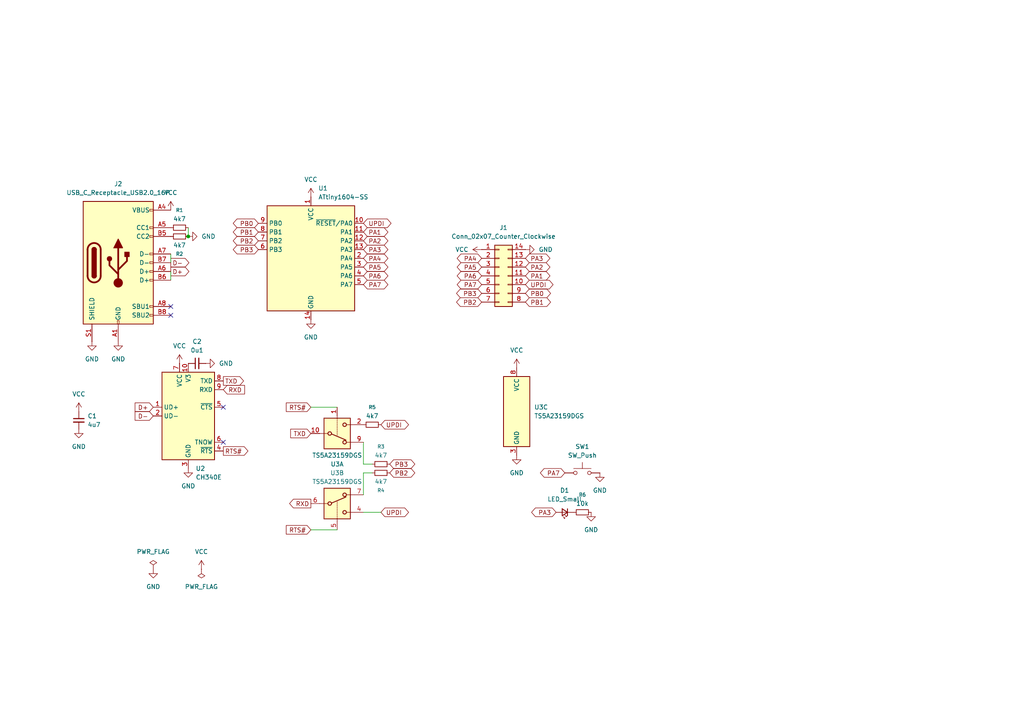
<source format=kicad_sch>
(kicad_sch (version 20250114) (generator "eeschema") (generator_version "9.0")
  (paper "A4")
  (lib_symbols
    (symbol "Analog_Switch:TS5A23159DGS"
      (property "Reference" "U" (at -5.08 8.89 0))
      (property "Value" "TS5A23159DGS" (at -5.08 6.985 0))
      (symbol "TS5A23159DGS_1_1"
        (polyline (pts (xy -5.08 0) (xy -2.794 0)))
        (rectangle (start -3.81 4.445) (end 3.81 -4.445) (stroke (width 0.254)) (fill (type background)))
        (circle (center -2.159 0) (radius 0.508) (stroke (width 0.254)))
        (polyline (pts (xy -1.651 0.127) (xy 2.54 1.905)) (stroke (width 0.254)))
        (polyline (pts (xy 0 0.254) (xy 0 0.508)))
        (polyline (pts (xy 0 -0.254) (xy 0 0)))
        (polyline (pts (xy 0 -0.762) (xy 0 -0.508)))
        (polyline (pts (xy 0 -1.27) (xy 0 -1.016)))
        (polyline (pts (xy 0 -1.778) (xy 0 -1.524)))
        (polyline (pts (xy 0 -2.286) (xy 0 -2.032)))
        (polyline (pts (xy 0 -2.794) (xy 0 -2.54)))
        (polyline (pts (xy 0 -3.302) (xy 0 -3.048)))
        (polyline (pts (xy 0 -3.81) (xy 0 -3.556)))
        (polyline (pts (xy 0 -4.318) (xy 0 -4.064)))
        (polyline (pts (xy 0 -5.08) (xy 0 -4.572)))
        (circle (center 2.159 2.54) (radius 0.508) (stroke (width 0.254)))
        (circle (center 2.159 -2.54) (radius 0.508) (stroke (width 0.254)))
        (polyline (pts (xy 5.08 2.54) (xy 2.794 2.54)))
        (polyline (pts (xy 5.08 -2.54) (xy 2.794 -2.54)))
        (pin passive line (at -7.62 0 0) (length 2.54) (name "~") (number "10"))
        (pin input line (at 0 -7.62 90) (length 2.54) (name "~") (number "1"))
        (pin passive line (at 7.62 2.54 180) (length 2.54) (name "~") (number "9"))
        (pin passive line (at 7.62 -2.54 180) (length 2.54) (name "~") (number "2"))
      )
      (symbol "TS5A23159DGS_2_1"
        (polyline (pts (xy -5.08 0) (xy -2.794 0)))
        (rectangle (start -3.81 4.445) (end 3.81 -4.445) (stroke (width 0.254)) (fill (type background)))
        (circle (center -2.159 0) (radius 0.508) (stroke (width 0.254)))
        (polyline (pts (xy -1.651 0.127) (xy 2.54 1.905)) (stroke (width 0.254)))
        (polyline (pts (xy 0 0.254) (xy 0 0.508)))
        (polyline (pts (xy 0 -0.254) (xy 0 0)))
        (polyline (pts (xy 0 -0.762) (xy 0 -0.508)))
        (polyline (pts (xy 0 -1.27) (xy 0 -1.016)))
        (polyline (pts (xy 0 -1.778) (xy 0 -1.524)))
        (polyline (pts (xy 0 -2.286) (xy 0 -2.032)))
        (polyline (pts (xy 0 -2.794) (xy 0 -2.54)))
        (polyline (pts (xy 0 -3.302) (xy 0 -3.048)))
        (polyline (pts (xy 0 -3.81) (xy 0 -3.556)))
        (polyline (pts (xy 0 -4.318) (xy 0 -4.064)))
        (polyline (pts (xy 0 -5.08) (xy 0 -4.572)))
        (circle (center 2.159 2.54) (radius 0.508) (stroke (width 0.254)))
        (circle (center 2.159 -2.54) (radius 0.508) (stroke (width 0.254)))
        (polyline (pts (xy 5.08 2.54) (xy 2.794 2.54)))
        (polyline (pts (xy 5.08 -2.54) (xy 2.794 -2.54)))
        (pin passive line (at -7.62 0 0) (length 2.54) (name "~") (number "6"))
        (pin input line (at 0 -7.62 90) (length 2.54) (name "~") (number "5"))
        (pin passive line (at 7.62 2.54 180) (length 2.54) (name "~") (number "7"))
        (pin passive line (at 7.62 -2.54 180) (length 2.54) (name "~") (number "4"))
      )
      (symbol "TS5A23159DGS_3_1"
        (rectangle (start -3.81 10.16) (end 3.81 -10.16) (stroke (width 0.254)) (fill (type background)))
        (pin power_in line (at 0 12.7 270) (length 2.54) (name "VCC") (number "8"))
        (pin power_in line (at 0 -12.7 90) (length 2.54) (name "GND") (number "3"))
      )
    )
    (symbol "Connector:USB_C_Receptacle_USB2.0_16P" (pin_names (offset 1.016))
      (property "Reference" "J" (at 0 22.225 0))
      (property "Value" "USB_C_Receptacle_USB2.0_16P" (at 0 19.685 0))
      (symbol "USB_C_Receptacle_USB2.0_16P_0_0"
        (rectangle (start -0.254 -17.78) (end 0.254 -16.764))
        (rectangle (start 10.16 15.494) (end 9.144 14.986))
        (rectangle (start 10.16 10.414) (end 9.144 9.906))
        (rectangle (start 10.16 7.874) (end 9.144 7.366))
        (rectangle (start 10.16 2.794) (end 9.144 2.286))
        (rectangle (start 10.16 0.254) (end 9.144 -0.254))
        (rectangle (start 10.16 -2.286) (end 9.144 -2.794))
        (rectangle (start 10.16 -4.826) (end 9.144 -5.334))
        (rectangle (start 10.16 -12.446) (end 9.144 -12.954))
        (rectangle (start 10.16 -14.986) (end 9.144 -15.494))
      )
      (symbol "USB_C_Receptacle_USB2.0_16P_0_1"
        (rectangle (start -10.16 17.78) (end 10.16 -17.78) (stroke (width 0.254)) (fill (type background)))
        (polyline (pts (xy -8.89 -3.81) (xy -8.89 3.81)) (stroke (width 0.508)))
        (rectangle (start -7.62 -3.81) (end -6.35 3.81) (stroke (width 0.254)) (fill (type outline)))
        (arc (start -7.62 3.81) (mid -6.985 4.4423) (end -6.35 3.81) (stroke (width 0.254)))
        (arc (start -7.62 3.81) (mid -6.985 4.4423) (end -6.35 3.81) (stroke (width 0.254)) (fill (type outline)))
        (arc (start -8.89 3.81) (mid -6.985 5.7067) (end -5.08 3.81) (stroke (width 0.508)))
        (arc (start -5.08 -3.81) (mid -6.985 -5.7067) (end -8.89 -3.81) (stroke (width 0.508)))
        (arc (start -6.35 -3.81) (mid -6.985 -4.4423) (end -7.62 -3.81) (stroke (width 0.254)))
        (arc (start -6.35 -3.81) (mid -6.985 -4.4423) (end -7.62 -3.81) (stroke (width 0.254)) (fill (type outline)))
        (polyline (pts (xy -5.08 3.81) (xy -5.08 -3.81)) (stroke (width 0.508)))
        (circle (center -2.54 1.143) (radius 0.635) (stroke (width 0.254)) (fill (type outline)))
        (polyline (pts (xy -1.27 4.318) (xy 0 6.858) (xy 1.27 4.318) (xy -1.27 4.318)) (stroke (width 0.254)) (fill (type outline)))
        (polyline (pts (xy 0 -2.032) (xy 2.54 0.508) (xy 2.54 1.778)) (stroke (width 0.508)))
        (polyline (pts (xy 0 -3.302) (xy -2.54 -0.762) (xy -2.54 0.508)) (stroke (width 0.508)))
        (polyline (pts (xy 0 -5.842) (xy 0 4.318)) (stroke (width 0.508)))
        (circle (center 0 -5.842) (radius 1.27) (fill (type outline)))
        (rectangle (start 1.905 1.778) (end 3.175 3.048) (stroke (width 0.254)) (fill (type outline)))
      )
      (symbol "USB_C_Receptacle_USB2.0_16P_1_1"
        (pin passive line (at -7.62 -22.86 90) (length 5.08) (name "SHIELD") (number "S1"))
        (pin passive line (at 0 -22.86 90) (length 5.08) (name "GND") (number "A1"))
        (pin passive line (at 0 -22.86 90) (length 5.08) (hide yes) (name "GND") (number "A12"))
        (pin passive line (at 0 -22.86 90) (length 5.08) (hide yes) (name "GND") (number "B1"))
        (pin passive line (at 0 -22.86 90) (length 5.08) (hide yes) (name "GND") (number "B12"))
        (pin passive line (at 15.24 15.24 180) (length 5.08) (name "VBUS") (number "A4"))
        (pin passive line (at 15.24 15.24 180) (length 5.08) (hide yes) (name "VBUS") (number "A9"))
        (pin passive line (at 15.24 15.24 180) (length 5.08) (hide yes) (name "VBUS") (number "B4"))
        (pin passive line (at 15.24 15.24 180) (length 5.08) (hide yes) (name "VBUS") (number "B9"))
        (pin bidirectional line (at 15.24 10.16 180) (length 5.08) (name "CC1") (number "A5"))
        (pin bidirectional line (at 15.24 7.62 180) (length 5.08) (name "CC2") (number "B5"))
        (pin bidirectional line (at 15.24 2.54 180) (length 5.08) (name "D-") (number "A7"))
        (pin bidirectional line (at 15.24 0 180) (length 5.08) (name "D-") (number "B7"))
        (pin bidirectional line (at 15.24 -2.54 180) (length 5.08) (name "D+") (number "A6"))
        (pin bidirectional line (at 15.24 -5.08 180) (length 5.08) (name "D+") (number "B6"))
        (pin bidirectional line (at 15.24 -12.7 180) (length 5.08) (name "SBU1") (number "A8"))
        (pin bidirectional line (at 15.24 -15.24 180) (length 5.08) (name "SBU2") (number "B8"))
      )
    )
    (symbol "Connector_Generic:Conn_02x07_Counter_Clockwise" (pin_names (offset 1.016) (hide yes))
      (property "Reference" "J" (at 1.27 10.16 0))
      (property "Value" "Conn_02x07_Counter_Clockwise" (at 1.27 -10.16 0))
      (symbol "Conn_02x07_Counter_Clockwise_1_1"
        (rectangle (start -1.27 8.89) (end 3.81 -8.89) (stroke (width 0.254)) (fill (type background)))
        (rectangle (start -1.27 7.747) (end 0 7.493) (stroke (width 0.1524)))
        (rectangle (start -1.27 5.207) (end 0 4.953) (stroke (width 0.1524)))
        (rectangle (start -1.27 2.667) (end 0 2.413) (stroke (width 0.1524)))
        (rectangle (start -1.27 0.127) (end 0 -0.127) (stroke (width 0.1524)))
        (rectangle (start -1.27 -2.413) (end 0 -2.667) (stroke (width 0.1524)))
        (rectangle (start -1.27 -4.953) (end 0 -5.207) (stroke (width 0.1524)))
        (rectangle (start -1.27 -7.493) (end 0 -7.747) (stroke (width 0.1524)))
        (rectangle (start 3.81 7.747) (end 2.54 7.493) (stroke (width 0.1524)))
        (rectangle (start 3.81 5.207) (end 2.54 4.953) (stroke (width 0.1524)))
        (rectangle (start 3.81 2.667) (end 2.54 2.413) (stroke (width 0.1524)))
        (rectangle (start 3.81 0.127) (end 2.54 -0.127) (stroke (width 0.1524)))
        (rectangle (start 3.81 -2.413) (end 2.54 -2.667) (stroke (width 0.1524)))
        (rectangle (start 3.81 -4.953) (end 2.54 -5.207) (stroke (width 0.1524)))
        (rectangle (start 3.81 -7.493) (end 2.54 -7.747) (stroke (width 0.1524)))
        (pin passive line (at -5.08 7.62 0) (length 3.81) (name "Pin_1") (number "1"))
        (pin passive line (at -5.08 5.08 0) (length 3.81) (name "Pin_2") (number "2"))
        (pin passive line (at -5.08 2.54 0) (length 3.81) (name "Pin_3") (number "3"))
        (pin passive line (at -5.08 0 0) (length 3.81) (name "Pin_4") (number "4"))
        (pin passive line (at -5.08 -2.54 0) (length 3.81) (name "Pin_5") (number "5"))
        (pin passive line (at -5.08 -5.08 0) (length 3.81) (name "Pin_6") (number "6"))
        (pin passive line (at -5.08 -7.62 0) (length 3.81) (name "Pin_7") (number "7"))
        (pin passive line (at 7.62 7.62 180) (length 3.81) (name "Pin_14") (number "14"))
        (pin passive line (at 7.62 5.08 180) (length 3.81) (name "Pin_13") (number "13"))
        (pin passive line (at 7.62 2.54 180) (length 3.81) (name "Pin_12") (number "12"))
        (pin passive line (at 7.62 0 180) (length 3.81) (name "Pin_11") (number "11"))
        (pin passive line (at 7.62 -2.54 180) (length 3.81) (name "Pin_10") (number "10"))
        (pin passive line (at 7.62 -5.08 180) (length 3.81) (name "Pin_9") (number "9"))
        (pin passive line (at 7.62 -7.62 180) (length 3.81) (name "Pin_8") (number "8"))
      )
    )
    (symbol "Device:C_Small" (pin_numbers (hide yes)) (pin_names (offset 0.254) (hide yes))
      (property "Reference" "C" (at 0.254 1.778 0))
      (property "Value" "C_Small" (at 0.254 -2.032 0))
      (symbol "C_Small_0_1"
        (polyline (pts (xy -1.524 0.508) (xy 1.524 0.508)) (stroke (width 0.3048)))
        (polyline (pts (xy -1.524 -0.508) (xy 1.524 -0.508)) (stroke (width 0.3302)))
      )
      (symbol "C_Small_1_1"
        (pin passive line (at 0 2.54 270) (length 2.032) (name "~") (number "1"))
        (pin passive line (at 0 -2.54 90) (length 2.032) (name "~") (number "2"))
      )
    )
    (symbol "Device:LED_Small" (pin_numbers (hide yes)) (pin_names (offset 0.254) (hide yes))
      (property "Reference" "D" (at -1.27 3.175 0))
      (property "Value" "LED_Small" (at -4.445 -2.54 0))
      (symbol "LED_Small_0_1"
        (polyline (pts (xy -0.762 -1.016) (xy -0.762 1.016)) (stroke (width 0.254)))
        (polyline (pts (xy 0 0.762) (xy -0.508 1.27) (xy -0.254 1.27) (xy -0.508 1.27) (xy -0.508 1.016)))
        (polyline (pts (xy 0.508 1.27) (xy 0 1.778) (xy 0.254 1.778) (xy 0 1.778) (xy 0 1.524)))
        (polyline (pts (xy 0.762 -1.016) (xy -0.762 0) (xy 0.762 1.016) (xy 0.762 -1.016)) (stroke (width 0.254)))
        (polyline (pts (xy 1.016 0) (xy -0.762 0)))
      )
      (symbol "LED_Small_1_1"
        (pin passive line (at -2.54 0 0) (length 1.778) (name "K") (number "1"))
        (pin passive line (at 2.54 0 180) (length 1.778) (name "A") (number "2"))
      )
    )
    (symbol "Device:R_Small" (pin_numbers (hide yes)) (pin_names (offset 0.254) (hide yes))
      (property "Reference" "R" (at 0 0 90))
      (property "Value" "R_Small" (at 1.778 0 90))
      (symbol "R_Small_0_1"
        (rectangle (start -0.762 1.778) (end 0.762 -1.778) (stroke (width 0.2032)))
      )
      (symbol "R_Small_1_1"
        (pin passive line (at 0 2.54 270) (length 0.762) (name "~") (number "1"))
        (pin passive line (at 0 -2.54 90) (length 0.762) (name "~") (number "2"))
      )
    )
    (symbol "Interface_USB:CH340E"
      (property "Reference" "U" (at -5.08 13.97 0))
      (property "Value" "CH340E" (at 1.27 13.97 0))
      (symbol "CH340E_0_1"
        (rectangle (start -7.62 12.7) (end 7.62 -12.7) (stroke (width 0.254)) (fill (type background)))
      )
      (symbol "CH340E_1_1"
        (pin bidirectional line (at -10.16 2.54 0) (length 2.54) (name "UD+") (number "1"))
        (pin bidirectional line (at -10.16 0 0) (length 2.54) (name "UD-") (number "2"))
        (pin power_in line (at -2.54 15.24 270) (length 2.54) (name "VCC") (number "7"))
        (pin power_out line (at 0 15.24 270) (length 2.54) (name "V3") (number "10"))
        (pin power_in line (at 0 -15.24 90) (length 2.54) (name "GND") (number "3"))
        (pin output line (at 10.16 10.16 180) (length 2.54) (name "TXD") (number "8"))
        (pin input line (at 10.16 7.62 180) (length 2.54) (name "RXD") (number "9"))
        (pin input line (at 10.16 2.54 180) (length 2.54) (name "~{CTS}") (number "5"))
        (pin output line (at 10.16 -7.62 180) (length 2.54) (name "TNOW") (number "6"))
        (pin output line (at 10.16 -10.16 180) (length 2.54) (name "~{RTS}") (number "4"))
      )
    )
    (symbol "MCU_Microchip_ATtiny:ATtiny1604-SS"
      (property "Reference" "U" (at -12.7 16.51 0))
      (property "Value" "ATtiny1604-SS" (at 2.54 -16.51 0))
      (symbol "ATtiny1604-SS_0_1"
        (rectangle (start -12.7 -15.24) (end 12.7 15.24) (stroke (width 0.254)) (fill (type background)))
      )
      (symbol "ATtiny1604-SS_1_1"
        (pin bidirectional line (at -15.24 10.16 0) (length 2.54) (name "PB0") (number "9"))
        (pin bidirectional line (at -15.24 7.62 0) (length 2.54) (name "PB1") (number "8"))
        (pin bidirectional line (at -15.24 5.08 0) (length 2.54) (name "PB2") (number "7"))
        (pin bidirectional line (at -15.24 2.54 0) (length 2.54) (name "PB3") (number "6"))
        (pin power_in line (at 0 17.78 270) (length 2.54) (name "VCC") (number "1"))
        (pin power_in line (at 0 -17.78 90) (length 2.54) (name "GND") (number "14"))
        (pin bidirectional line (at 15.24 10.16 180) (length 2.54) (name "~{RESET}/PA0") (number "10"))
        (pin bidirectional line (at 15.24 7.62 180) (length 2.54) (name "PA1") (number "11"))
        (pin bidirectional line (at 15.24 5.08 180) (length 2.54) (name "PA2") (number "12"))
        (pin bidirectional line (at 15.24 2.54 180) (length 2.54) (name "PA3") (number "13"))
        (pin bidirectional line (at 15.24 0 180) (length 2.54) (name "PA4") (number "2"))
        (pin bidirectional line (at 15.24 -2.54 180) (length 2.54) (name "PA5") (number "3"))
        (pin bidirectional line (at 15.24 -5.08 180) (length 2.54) (name "PA6") (number "4"))
        (pin bidirectional line (at 15.24 -7.62 180) (length 2.54) (name "PA7") (number "5"))
      )
    )
    (symbol "Switch:SW_Push" (pin_numbers (hide yes)) (pin_names (offset 1.016) (hide yes))
      (property "Reference" "SW" (at 1.27 2.54 0))
      (property "Value" "SW_Push" (at 0 -1.524 0))
      (symbol "SW_Push_0_1"
        (circle (center -2.032 0) (radius 0.508))
        (polyline (pts (xy 0 1.27) (xy 0 3.048)))
        (circle (center 2.032 0) (radius 0.508))
        (polyline (pts (xy 2.54 1.27) (xy -2.54 1.27)))
        (pin passive line (at -5.08 0 0) (length 2.54) (name "1") (number "1"))
        (pin passive line (at 5.08 0 180) (length 2.54) (name "2") (number "2"))
      )
    )
    (symbol "power:GND" (power) (pin_numbers (hide yes)) (pin_names (offset 0) (hide yes))
      (property "Value" "GND" (at 0 -3.81 0))
      (symbol "GND_0_1"
        (polyline (pts (xy 0 0) (xy 0 -1.27) (xy 1.27 -1.27) (xy 0 -2.54) (xy -1.27 -1.27) (xy 0 -1.27)))
      )
      (symbol "GND_1_1"
        (pin power_in line (at 0 0 270) (length 0) (name "~") (number "1"))
      )
    )
    (symbol "power:PWR_FLAG" (power) (pin_numbers (hide yes)) (pin_names (offset 0) (hide yes))
      (property "Value" "PWR_FLAG" (at 0 3.81 0))
      (symbol "PWR_FLAG_0_0"
        (pin power_out line (at 0 0 90) (length 0) (name "~") (number "1"))
      )
      (symbol "PWR_FLAG_0_1"
        (polyline (pts (xy 0 0) (xy 0 1.27) (xy -1.016 1.905) (xy 0 2.54) (xy 1.016 1.905) (xy 0 1.27)))
      )
    )
    (symbol "power:VCC" (power) (pin_numbers (hide yes)) (pin_names (offset 0) (hide yes))
      (property "Value" "VCC" (at 0 3.556 0))
      (symbol "VCC_0_1"
        (polyline (pts (xy -0.762 1.27) (xy 0 2.54)))
        (polyline (pts (xy 0 2.54) (xy 0.762 1.27)))
        (polyline (pts (xy 0 0) (xy 0 2.54)))
      )
      (symbol "VCC_1_1"
        (pin power_in line (at 0 0 90) (length 0) (name "~") (number "1"))
      )
    )
  )
  (junction (at 54.61 68.58))
  (no_connect (at 49.53 91.44))
  (no_connect (at 64.77 128.27))
  (no_connect (at 64.77 118.11))
  (no_connect (at 49.53 88.9))
  (wire (pts (xy 105.41 128.27) (xy 105.41 134.62)))
  (wire (pts (xy 49.53 73.66) (xy 49.53 76.2)))
  (wire (pts (xy 110.49 148.59) (xy 105.41 148.59)))
  (wire (pts (xy 49.53 78.74) (xy 49.53 81.28)))
  (wire (pts (xy 90.17 153.67) (xy 97.79 153.67)))
  (wire (pts (xy 90.17 118.11) (xy 97.79 118.11)))
  (wire (pts (xy 105.41 137.16) (xy 107.95 137.16)))
  (wire (pts (xy 105.41 134.62) (xy 107.95 134.62)))
  (wire (pts (xy 54.61 66.04) (xy 54.61 68.58)))
  (wire (pts (xy 105.41 143.51) (xy 105.41 137.16)))
  (global_label "D+" (shape input) (at 44.45 118.11 180) (property "Intersheetrefs" "${INTERSHEET_REFS}" (effects (hide yes))))
  (global_label "UPDI" (shape bidirectional) (at 110.49 123.19 0) (property "Intersheetrefs" "${INTERSHEET_REFS}" (effects (hide yes))))
  (global_label "PB3" (shape bidirectional) (at 139.7 85.09 180) (property "Intersheetrefs" "${INTERSHEET_REFS}" (effects (hide yes))))
  (global_label "PA7" (shape bidirectional) (at 105.41 82.55 0) (property "Intersheetrefs" "${INTERSHEET_REFS}" (effects (hide yes))))
  (global_label "RTS#" (shape output) (at 64.77 130.81 0) (property "Intersheetrefs" "${INTERSHEET_REFS}" (effects (hide yes))))
  (global_label "TXD" (shape output) (at 64.77 110.49 0) (property "Intersheetrefs" "${INTERSHEET_REFS}" (effects (hide yes))))
  (global_label "PB1" (shape bidirectional) (at 152.4 87.63 0) (property "Intersheetrefs" "${INTERSHEET_REFS}" (effects (hide yes))))
  (global_label "UPDI" (shape bidirectional) (at 152.4 82.55 0) (property "Intersheetrefs" "${INTERSHEET_REFS}" (effects (hide yes))))
  (global_label "RXD" (shape output) (at 90.17 146.05 180) (property "Intersheetrefs" "${INTERSHEET_REFS}" (effects (hide yes))))
  (global_label "PB3" (shape bidirectional) (at 74.93 72.39 180) (property "Intersheetrefs" "${INTERSHEET_REFS}" (effects (hide yes))))
  (global_label "PB2" (shape bidirectional) (at 113.03 137.16 0) (property "Intersheetrefs" "${INTERSHEET_REFS}" (effects (hide yes))))
  (global_label "PA6" (shape bidirectional) (at 105.41 80.01 0) (property "Intersheetrefs" "${INTERSHEET_REFS}" (effects (hide yes))))
  (global_label "PA6" (shape bidirectional) (at 139.7 80.01 180) (property "Intersheetrefs" "${INTERSHEET_REFS}" (effects (hide yes))))
  (global_label "TXD" (shape input) (at 90.17 125.73 180) (property "Intersheetrefs" "${INTERSHEET_REFS}" (effects (hide yes))))
  (global_label "D-" (shape input) (at 44.45 120.65 180) (property "Intersheetrefs" "${INTERSHEET_REFS}" (effects (hide yes))))
  (global_label "PB2" (shape bidirectional) (at 74.93 69.85 180) (property "Intersheetrefs" "${INTERSHEET_REFS}" (effects (hide yes))))
  (global_label "PA2" (shape bidirectional) (at 152.4 77.47 0) (property "Intersheetrefs" "${INTERSHEET_REFS}" (effects (hide yes))))
  (global_label "PA1" (shape bidirectional) (at 105.41 67.31 0) (property "Intersheetrefs" "${INTERSHEET_REFS}" (effects (hide yes))))
  (global_label "PA1" (shape bidirectional) (at 152.4 80.01 0) (property "Intersheetrefs" "${INTERSHEET_REFS}" (effects (hide yes))))
  (global_label "PA4" (shape bidirectional) (at 105.41 74.93 0) (property "Intersheetrefs" "${INTERSHEET_REFS}" (effects (hide yes))))
  (global_label "PA5" (shape bidirectional) (at 105.41 77.47 0) (property "Intersheetrefs" "${INTERSHEET_REFS}" (effects (hide yes))))
  (global_label "PA2" (shape bidirectional) (at 105.41 69.85 0) (property "Intersheetrefs" "${INTERSHEET_REFS}" (effects (hide yes))))
  (global_label "PA7" (shape bidirectional) (at 163.83 137.16 180) (property "Intersheetrefs" "${INTERSHEET_REFS}" (effects (hide yes))))
  (global_label "RTS#" (shape input) (at 90.17 153.67 180) (property "Intersheetrefs" "${INTERSHEET_REFS}" (effects (hide yes))))
  (global_label "PB1" (shape bidirectional) (at 74.93 67.31 180) (property "Intersheetrefs" "${INTERSHEET_REFS}" (effects (hide yes))))
  (global_label "RXD" (shape input) (at 64.77 113.03 0) (property "Intersheetrefs" "${INTERSHEET_REFS}" (effects (hide yes))))
  (global_label "PB3" (shape bidirectional) (at 113.03 134.62 0) (property "Intersheetrefs" "${INTERSHEET_REFS}" (effects (hide yes))))
  (global_label "PB0" (shape bidirectional) (at 152.4 85.09 0) (property "Intersheetrefs" "${INTERSHEET_REFS}" (effects (hide yes))))
  (global_label "PB0" (shape bidirectional) (at 74.93 64.77 180) (property "Intersheetrefs" "${INTERSHEET_REFS}" (effects (hide yes))))
  (global_label "RTS#" (shape input) (at 90.17 118.11 180) (property "Intersheetrefs" "${INTERSHEET_REFS}" (effects (hide yes))))
  (global_label "PA5" (shape bidirectional) (at 139.7 77.47 180) (property "Intersheetrefs" "${INTERSHEET_REFS}" (effects (hide yes))))
  (global_label "UPDI" (shape bidirectional) (at 110.49 148.59 0) (property "Intersheetrefs" "${INTERSHEET_REFS}" (effects (hide yes))))
  (global_label "PA7" (shape bidirectional) (at 139.7 82.55 180) (property "Intersheetrefs" "${INTERSHEET_REFS}" (effects (hide yes))))
  (global_label "PA3" (shape bidirectional) (at 105.41 72.39 0) (property "Intersheetrefs" "${INTERSHEET_REFS}" (effects (hide yes))))
  (global_label "PB2" (shape bidirectional) (at 139.7 87.63 180) (property "Intersheetrefs" "${INTERSHEET_REFS}" (effects (hide yes))))
  (global_label "D+" (shape output) (at 49.53 78.74 0) (property "Intersheetrefs" "${INTERSHEET_REFS}" (effects (hide yes))))
  (global_label "D-" (shape output) (at 49.53 76.2 0) (property "Intersheetrefs" "${INTERSHEET_REFS}" (effects (hide yes))))
  (global_label "PA3" (shape bidirectional) (at 152.4 74.93 0) (property "Intersheetrefs" "${INTERSHEET_REFS}" (effects (hide yes))))
  (global_label "UPDI" (shape bidirectional) (at 105.41 64.77 0) (property "Intersheetrefs" "${INTERSHEET_REFS}" (effects (hide yes))))
  (global_label "PA3" (shape bidirectional) (at 161.29 148.59 180) (property "Intersheetrefs" "${INTERSHEET_REFS}" (effects (hide yes))))
  (global_label "PA4" (shape bidirectional) (at 139.7 74.93 180) (property "Intersheetrefs" "${INTERSHEET_REFS}" (effects (hide yes))))
  (symbol (lib_id "Device:R_Small") (at 110.49 137.16 90) (mirror x) (unit 1)
    (property "Reference" "R4" (at 110.49 142.24 90) (effects (font (size 1.016 1.016))))
    (property "Value" "4k7" (at 110.49 139.7 90))
    (property "Footprint" "Resistor_SMD:R_0603_1608Metric" (effects (hide yes)))
    (property "Description" "Resistor, small symbol" (effects (hide yes)))
  )
  (symbol (lib_id "power:GND") (at 54.61 68.58 90) (unit 1)
    (property "Reference" "#PWR08" (effects (hide yes)))
    (property "Value" "GND" (at 58.42 68.5799 90) (effects (justify right)))
    (property "Description" "Power symbol creates a global label with name \"GND\" , ground" (effects (hide yes)))
  )
  (symbol (lib_id "power:GND") (at 173.99 137.16 0) (unit 1)
    (property "Reference" "#PWR017" (effects (hide yes)))
    (property "Value" "GND" (at 173.99 142.24 0))
    (property "Description" "Power symbol creates a global label with name \"GND\" , ground" (effects (hide yes)))
  )
  (symbol (lib_id "power:GND") (at 54.61 135.89 0) (unit 1)
    (property "Reference" "#PWR012" (effects (hide yes)))
    (property "Value" "GND" (at 54.61 140.97 0))
    (property "Description" "Power symbol creates a global label with name \"GND\" , ground" (effects (hide yes)))
  )
  (symbol (lib_id "power:GND") (at 59.69 105.41 90) (unit 1)
    (property "Reference" "#PWR013" (effects (hide yes)))
    (property "Value" "GND" (at 63.5 105.4099 90) (effects (justify right)))
    (property "Description" "Power symbol creates a global label with name \"GND\" , ground" (effects (hide yes)))
  )
  (symbol (lib_id "power:PWR_FLAG") (at 58.42 165.1 0) (mirror x) (unit 1)
    (property "Reference" "#FLG02" (effects (hide yes)))
    (property "Value" "PWR_FLAG" (at 58.42 170.18 0))
    (property "Description" "Special symbol for telling ERC where power comes from" (effects (hide yes)))
  )
  (symbol (lib_id "power:GND") (at 171.45 148.59 0) (unit 1)
    (property "Reference" "#PWR016" (effects (hide yes)))
    (property "Value" "GND" (at 171.45 153.67 0))
    (property "Description" "Power symbol creates a global label with name \"GND\" , ground" (effects (hide yes)))
  )
  (symbol (lib_id "power:VCC") (at 139.7 72.39 90) (unit 1)
    (property "Reference" "#PWR02" (effects (hide yes)))
    (property "Value" "VCC" (at 135.89 72.3899 90) (effects (justify left)))
    (property "Description" "Power symbol creates a global label with name \"VCC\"" (effects (hide yes)))
  )
  (symbol (lib_id "power:VCC") (at 22.86 119.38 0) (unit 1)
    (property "Reference" "#PWR09" (effects (hide yes)))
    (property "Value" "VCC" (at 22.86 114.3 0))
    (property "Description" "Power symbol creates a global label with name \"VCC\"" (effects (hide yes)))
  )
  (symbol (lib_id "power:VCC") (at 58.42 165.1 0) (unit 1)
    (property "Reference" "#PWR019" (effects (hide yes)))
    (property "Value" "VCC" (at 58.42 160.02 0))
    (property "Description" "Power symbol creates a global label with name \"VCC\"" (effects (hide yes)))
  )
  (symbol (lib_id "Analog_Switch:TS5A23159DGS") (at 97.79 125.73 0) (mirror x) (unit 1)
    (property "Reference" "U3" (at 97.79 134.62 0))
    (property "Value" "TS5A23159DGS" (at 97.79 132.08 0))
    (property "Footprint" "Package_SO:VSSOP-10_3x3mm_P0.5mm" (effects (hide yes)))
    (property "Datasheet" "http://www.ti.com/lit/ds/symlink/ts5a23159.pdf" (effects (hide yes)))
    (property "Description" "Dual SPDT 1ohm Bidirectional Analog Switch with Off protection, VSSOP-10" (effects (hide yes)))
  )
  (symbol (lib_id "power:PWR_FLAG") (at 44.45 165.1 0) (unit 1)
    (property "Reference" "#FLG01" (effects (hide yes)))
    (property "Value" "PWR_FLAG" (at 44.45 160.02 0))
    (property "Description" "Special symbol for telling ERC where power comes from" (effects (hide yes)))
  )
  (symbol (lib_id "Connector_Generic:Conn_02x07_Counter_Clockwise") (at 144.78 80.01 0) (unit 1)
    (property "Reference" "J1" (at 146.05 66.04 0))
    (property "Value" "Conn_02x07_Counter_Clockwise" (at 146.05 68.58 0))
    (property "Footprint" "Package_DIP:DIP-14_W10.16mm" (effects (hide yes)))
    (property "Description" "Generic connector, double row, 02x07, counter clockwise pin numbering scheme (similar to DIP package numbering), script generated (kicad-library-utils/schlib/autogen/connector/)" (effects (hide yes)))
  )
  (symbol (lib_id "power:VCC") (at 149.86 106.68 0) (unit 1)
    (property "Reference" "#PWR014" (effects (hide yes)))
    (property "Value" "VCC" (at 149.86 101.6 0))
    (property "Description" "Power symbol creates a global label with name \"VCC\"" (effects (hide yes)))
  )
  (symbol (lib_id "power:GND") (at 22.86 124.46 0) (unit 1)
    (property "Reference" "#PWR010" (effects (hide yes)))
    (property "Value" "GND" (at 22.86 129.54 0))
    (property "Description" "Power symbol creates a global label with name \"GND\" , ground" (effects (hide yes)))
  )
  (symbol (lib_id "Analog_Switch:TS5A23159DGS") (at 149.86 119.38 0) (unit 3)
    (property "Reference" "U3" (at 154.94 118.1099 0) (effects (justify left)))
    (property "Value" "TS5A23159DGS" (at 154.94 120.6499 0) (effects (justify left)))
    (property "Footprint" "Package_SO:VSSOP-10_3x3mm_P0.5mm" (effects (hide yes)))
    (property "Datasheet" "http://www.ti.com/lit/ds/symlink/ts5a23159.pdf" (effects (hide yes)))
    (property "Description" "Dual SPDT 1ohm Bidirectional Analog Switch with Off protection, VSSOP-10" (effects (hide yes)))
  )
  (symbol (lib_id "power:GND") (at 26.67 99.06 0) (unit 1)
    (property "Reference" "#PWR06" (effects (hide yes)))
    (property "Value" "GND" (at 26.67 104.14 0))
    (property "Description" "Power symbol creates a global label with name \"GND\" , ground" (effects (hide yes)))
  )
  (symbol (lib_id "power:GND") (at 149.86 132.08 0) (unit 1)
    (property "Reference" "#PWR015" (effects (hide yes)))
    (property "Value" "GND" (at 149.86 137.16 0))
    (property "Description" "Power symbol creates a global label with name \"GND\" , ground" (effects (hide yes)))
  )
  (symbol (lib_id "Connector:USB_C_Receptacle_USB2.0_16P") (at 34.29 76.2 0) (unit 1)
    (property "Reference" "J2" (at 34.29 53.34 0))
    (property "Value" "USB_C_Receptacle_USB2.0_16P" (at 34.29 55.88 0))
    (property "Footprint" "Connector_USB:USB_C_Receptacle_GCT_USB4105-xx-A_16P_TopMnt_Horizontal" (effects (hide yes)))
    (property "Datasheet" "https://www.usb.org/sites/default/files/documents/usb_type-c.zip" (effects (hide yes)))
    (property "Description" "USB 2.0-only 16P Type-C Receptacle connector" (effects (hide yes)))
  )
  (symbol (lib_id "Switch:SW_Push") (at 168.91 137.16 0) (unit 1)
    (property "Reference" "SW1" (at 168.91 129.54 0))
    (property "Value" "SW_Push" (at 168.91 132.08 0))
    (property "Footprint" "Library:alps-skrp" (effects (hide yes)))
    (property "Description" "Push button switch, generic, two pins" (effects (hide yes)))
  )
  (symbol (lib_id "Device:LED_Small") (at 163.83 148.59 180) (unit 1)
    (property "Reference" "D1" (at 163.7665 142.24 0))
    (property "Value" "LED_Small" (at 163.7665 144.78 0))
    (property "Footprint" "LED_SMD:LED_0603_1608Metric" (effects (hide yes)))
    (property "Description" "Light emitting diode, small symbol" (effects (hide yes)))
    (property "Sim.Pin" "1=K 2=A" (effects (hide yes)))
  )
  (symbol (lib_id "power:VCC") (at 90.17 57.15 0) (unit 1)
    (property "Reference" "#PWR01" (effects (hide yes)))
    (property "Value" "VCC" (at 90.17 52.07 0))
    (property "Description" "Power symbol creates a global label with name \"VCC\"" (effects (hide yes)))
  )
  (symbol (lib_id "power:GND") (at 44.45 165.1 0) (unit 1)
    (property "Reference" "#PWR018" (effects (hide yes)))
    (property "Value" "GND" (at 44.45 170.18 0))
    (property "Description" "Power symbol creates a global label with name \"GND\" , ground" (effects (hide yes)))
  )
  (symbol (lib_id "Device:R_Small") (at 52.07 66.04 90) (unit 1)
    (property "Reference" "R1" (at 52.07 60.96 90) (effects (font (size 1.016 1.016))))
    (property "Value" "4k7" (at 52.07 63.5 90))
    (property "Footprint" "Resistor_SMD:R_0603_1608Metric" (effects (hide yes)))
    (property "Description" "Resistor, small symbol" (effects (hide yes)))
  )
  (symbol (lib_id "Device:R_Small") (at 107.95 123.19 90) (unit 1)
    (property "Reference" "R5" (at 107.95 118.11 90) (effects (font (size 1.016 1.016))))
    (property "Value" "4k7" (at 107.95 120.65 90))
    (property "Footprint" "Resistor_SMD:R_0603_1608Metric" (effects (hide yes)))
    (property "Description" "Resistor, small symbol" (effects (hide yes)))
  )
  (symbol (lib_id "MCU_Microchip_ATtiny:ATtiny1604-SS") (at 90.17 74.93 0) (unit 1)
    (property "Reference" "U1" (at 92.3133 54.61 0) (effects (justify left)))
    (property "Value" "ATtiny1604-SS" (at 92.3133 57.15 0) (effects (justify left)))
    (property "Footprint" "Package_SO:SOIC-14_3.9x8.7mm_P1.27mm" (effects (hide yes)))
    (property "Datasheet" "http://ww1.microchip.com/downloads/en/DeviceDoc/ATtiny804_1604-Data-Sheet-40002028A.pdf" (effects (hide yes)))
    (property "Description" "20MHz, 16kB Flash, 1kB SRAM, 256B EEPROM, SOIC-14" (effects (hide yes)))
  )
  (symbol (lib_id "power:VCC") (at 52.07 105.41 0) (unit 1)
    (property "Reference" "#PWR011" (effects (hide yes)))
    (property "Value" "VCC" (at 52.07 100.33 0))
    (property "Description" "Power symbol creates a global label with name \"VCC\"" (effects (hide yes)))
  )
  (symbol (lib_id "Device:R_Small") (at 168.91 148.59 90) (unit 1)
    (property "Reference" "R6" (at 168.91 143.51 90) (effects (font (size 1.016 1.016))))
    (property "Value" "10k" (at 168.91 146.05 90))
    (property "Footprint" "Resistor_SMD:R_0603_1608Metric" (effects (hide yes)))
    (property "Description" "Resistor, small symbol" (effects (hide yes)))
  )
  (symbol (lib_id "Analog_Switch:TS5A23159DGS") (at 97.79 146.05 0) (unit 2)
    (property "Reference" "U3" (at 97.79 137.16 0))
    (property "Value" "TS5A23159DGS" (at 97.79 139.7 0))
    (property "Footprint" "Package_SO:VSSOP-10_3x3mm_P0.5mm" (effects (hide yes)))
    (property "Datasheet" "http://www.ti.com/lit/ds/symlink/ts5a23159.pdf" (effects (hide yes)))
    (property "Description" "Dual SPDT 1ohm Bidirectional Analog Switch with Off protection, VSSOP-10" (effects (hide yes)))
  )
  (symbol (lib_id "Device:C_Small") (at 57.15 105.41 90) (unit 1)
    (property "Reference" "C2" (at 57.1563 99.06 90))
    (property "Value" "0u1" (at 57.1563 101.6 90))
    (property "Footprint" "Capacitor_SMD:C_0603_1608Metric" (effects (hide yes)))
    (property "Description" "Unpolarized capacitor, small symbol" (effects (hide yes)))
  )
  (symbol (lib_id "power:GND") (at 90.17 92.71 0) (unit 1)
    (property "Reference" "#PWR04" (effects (hide yes)))
    (property "Value" "GND" (at 90.17 97.79 0))
    (property "Description" "Power symbol creates a global label with name \"GND\" , ground" (effects (hide yes)))
  )
  (symbol (lib_id "Interface_USB:CH340E") (at 54.61 120.65 0) (unit 1)
    (property "Reference" "U2" (at 56.7533 135.89 0) (effects (justify left)))
    (property "Value" "CH340E" (at 56.7533 138.43 0) (effects (justify left)))
    (property "Footprint" "Package_SO:MSOP-10_3x3mm_P0.5mm" (effects (hide yes)))
    (property "Datasheet" "https://www.mpja.com/download/35227cpdata.pdf" (effects (hide yes)))
    (property "Description" "USB serial converter, UART, MSOP-10" (effects (hide yes)))
  )
  (symbol (lib_id "Device:R_Small") (at 110.49 134.62 90) (unit 1)
    (property "Reference" "R3" (at 110.49 129.54 90) (effects (font (size 1.016 1.016))))
    (property "Value" "4k7" (at 110.49 132.08 90))
    (property "Footprint" "Resistor_SMD:R_0603_1608Metric" (effects (hide yes)))
    (property "Description" "Resistor, small symbol" (effects (hide yes)))
  )
  (symbol (lib_id "power:GND") (at 152.4 72.39 90) (unit 1)
    (property "Reference" "#PWR03" (effects (hide yes)))
    (property "Value" "GND" (at 156.21 72.3899 90) (effects (justify right)))
    (property "Description" "Power symbol creates a global label with name \"GND\" , ground" (effects (hide yes)))
  )
  (symbol (lib_id "power:GND") (at 34.29 99.06 0) (unit 1)
    (property "Reference" "#PWR05" (effects (hide yes)))
    (property "Value" "GND" (at 34.29 104.14 0))
    (property "Description" "Power symbol creates a global label with name \"GND\" , ground" (effects (hide yes)))
  )
  (symbol (lib_id "Device:R_Small") (at 52.07 68.58 90) (mirror x) (unit 1)
    (property "Reference" "R2" (at 52.07 73.66 90) (effects (font (size 1.016 1.016))))
    (property "Value" "4k7" (at 52.07 71.12 90))
    (property "Footprint" "Resistor_SMD:R_0603_1608Metric" (effects (hide yes)))
    (property "Description" "Resistor, small symbol" (effects (hide yes)))
  )
  (symbol (lib_id "Device:C_Small") (at 22.86 121.92 0) (unit 1)
    (property "Reference" "C1" (at 25.4 120.6562 0) (effects (justify left)))
    (property "Value" "4u7" (at 25.4 123.1962 0) (effects (justify left)))
    (property "Footprint" "Capacitor_SMD:C_0603_1608Metric" (effects (hide yes)))
    (property "Description" "Unpolarized capacitor, small symbol" (effects (hide yes)))
  )
  (symbol (lib_id "power:VCC") (at 49.53 60.96 0) (unit 1)
    (property "Reference" "#PWR07" (effects (hide yes)))
    (property "Value" "VCC" (at 49.53 55.88 0))
    (property "Description" "Power symbol creates a global label with name \"VCC\"" (effects (hide yes)))
  )
)
</source>
